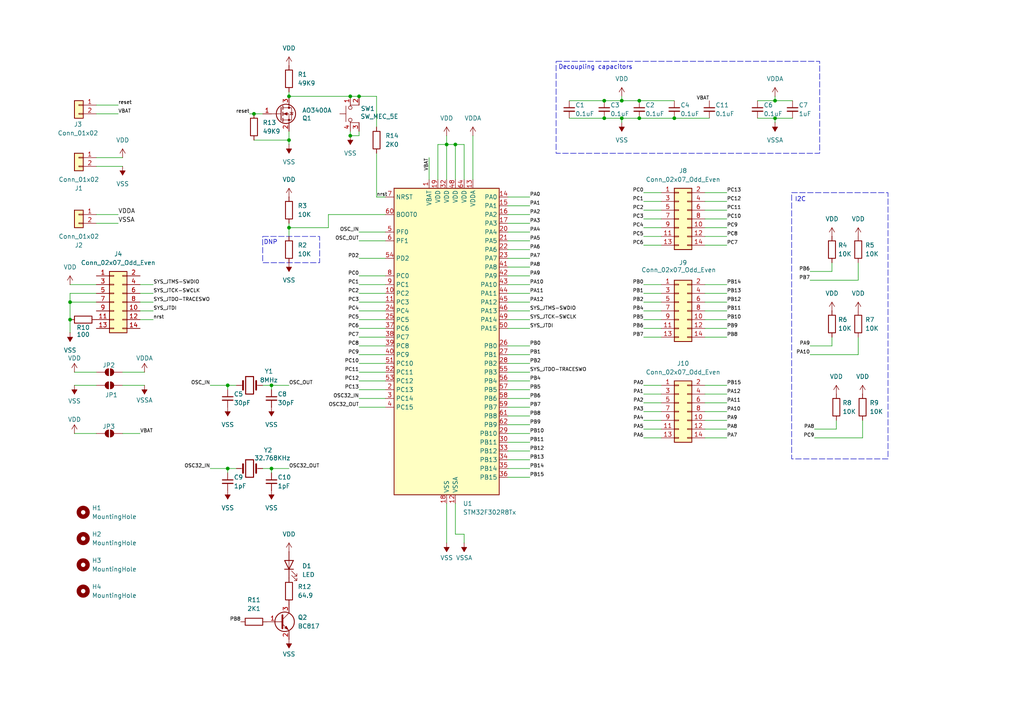
<source format=kicad_sch>
(kicad_sch (version 20231120) (generator "eeschema") (generator_version "8.0")
  (paper "A4")
  (title_block (title "STM32F3 LQFP64 Board") (date "2024-10-23") (rev "1.1") (company "Carles Pey"))
  (lib_symbols
    (symbol "Connector_Generic:Conn_01x02" (pin_names (offset 1.016) hide)
      (property "Reference" "J" (at 0 2.54 0))
      (property "Value" "Conn_01x02" (at 0 -5.08 0))
      (symbol "Conn_01x02_1_1"
        (pin passive line (at -5.08 0 0) (length 3.81) (name "Pin_1") (number "1"))
        (pin passive line (at -5.08 -2.54 0) (length 3.81) (name "Pin_2") (number "2"))
      )
    )
    (symbol "Connector_Generic:Conn_02x07_Odd_Even" (pin_names (offset 1.016) hide)
      (property "Reference" "J" (at 1.27 10.16 0))
      (property "Value" "Conn_02x07_Odd_Even" (at 1.27 -10.16 0))
      (symbol "Conn_02x07_Odd_Even_1_1"
        (pin passive line (at -5.08 7.62 0) (length 3.81) (name "Pin_1") (number "1"))
        (pin passive line (at 7.62 -2.54 180) (length 3.81) (name "Pin_10") (number "10"))
        (pin passive line (at -5.08 -5.08 0) (length 3.81) (name "Pin_11") (number "11"))
        (pin passive line (at 7.62 -5.08 180) (length 3.81) (name "Pin_12") (number "12"))
        (pin passive line (at -5.08 -7.62 0) (length 3.81) (name "Pin_13") (number "13"))
        (pin passive line (at 7.62 -7.62 180) (length 3.81) (name "Pin_14") (number "14"))
        (pin passive line (at 7.62 7.62 180) (length 3.81) (name "Pin_2") (number "2"))
        (pin passive line (at -5.08 5.08 0) (length 3.81) (name "Pin_3") (number "3"))
        (pin passive line (at 7.62 5.08 180) (length 3.81) (name "Pin_4") (number "4"))
        (pin passive line (at -5.08 2.54 0) (length 3.81) (name "Pin_5") (number "5"))
        (pin passive line (at 7.62 2.54 180) (length 3.81) (name "Pin_6") (number "6"))
        (pin passive line (at -5.08 0 0) (length 3.81) (name "Pin_7") (number "7"))
        (pin passive line (at 7.62 0 180) (length 3.81) (name "Pin_8") (number "8"))
        (pin passive line (at -5.08 -2.54 0) (length 3.81) (name "Pin_9") (number "9"))
      )
    )
    (symbol "Device:C_Small" (pin_numbers hide) (pin_names (offset 0.254) hide)
      (property "Reference" "C" (at 0.254 1.778 0))
      (property "Value" "C_Small" (at 0.254 -2.032 0))
      (symbol "C_Small_1_1"
        (pin passive line (at 0 2.54 270) (length 2.032) (name "~") (number "1"))
        (pin passive line (at 0 -2.54 90) (length 2.032) (name "~") (number "2"))
      )
    )
    (symbol "Device:Crystal" (pin_numbers hide) (pin_names (offset 1.016) hide)
      (property "Reference" "Y" (at 0 3.81 0))
      (property "Value" "Crystal" (at 0 -3.81 0))
      (symbol "Crystal_1_1"
        (pin passive line (at -3.81 0 0) (length 1.27) (name "1") (number "1"))
        (pin passive line (at 3.81 0 180) (length 1.27) (name "2") (number "2"))
      )
    )
    (symbol "Device:LED" (pin_numbers hide) (pin_names (offset 1.016) hide)
      (property "Reference" "D" (at 0 2.54 0))
      (property "Value" "LED" (at 0 -2.54 0))
      (symbol "LED_1_1"
        (pin passive line (at -3.81 0 0) (length 2.54) (name "K") (number "1"))
        (pin passive line (at 3.81 0 180) (length 2.54) (name "A") (number "2"))
      )
    )
    (symbol "Device:R" (pin_numbers hide) (pin_names (offset 0))
      (property "Reference" "R" (at 2.032 0 90))
      (property "Value" "R" (at 0 0 90))
      (symbol "R_1_1"
        (pin passive line (at 0 3.81 270) (length 1.27) (name "~") (number "1"))
        (pin passive line (at 0 -3.81 90) (length 1.27) (name "~") (number "2"))
      )
    )
    (symbol "Jumper:SolderJumper_2_Open" (pin_numbers hide) (pin_names (offset 0) hide) (exclude_from_sim yes) (in_bom no)
      (property "Reference" "JP" (at 0 2.032 0))
      (property "Value" "SolderJumper_2_Open" (at 0 -2.54 0))
      (symbol "SolderJumper_2_Open_1_1"
        (pin passive line (at -3.81 0 0) (length 2.54) (name "A") (number "1"))
        (pin passive line (at 3.81 0 180) (length 2.54) (name "B") (number "2"))
      )
    )
    (symbol "MCU_ST_STM32F3:STM32F302R8Tx"
      (property "Reference" "U" (at -15.24 46.99 0))
      (property "Value" "STM32F302R8Tx" (at 10.16 46.99 0))
      (symbol "STM32F302R8Tx_1_1"
        (pin power_in line (at -5.08 48.26 270) (length 2.54) (name "VBAT") (number "1"))
        (pin bidirectional line (at -17.78 15.24 0) (length 2.54) (name "PC2") (number "10"))
        (pin bidirectional line (at -17.78 12.7 0) (length 2.54) (name "PC3") (number "11"))
        (pin power_in line (at 2.54 -45.72 90) (length 2.54) (name "VSSA") (number "12"))
        (pin power_in line (at 7.62 48.26 270) (length 2.54) (name "VDDA") (number "13"))
        (pin bidirectional line (at 17.78 43.18 180) (length 2.54) (name "PA0") (number "14"))
        (pin bidirectional line (at 17.78 40.64 180) (length 2.54) (name "PA1") (number "15"))
        (pin bidirectional line (at 17.78 38.1 180) (length 2.54) (name "PA2") (number "16"))
        (pin bidirectional line (at 17.78 35.56 180) (length 2.54) (name "PA3") (number "17"))
        (pin power_in line (at 0 -45.72 90) (length 2.54) (name "VSS") (number "18"))
        (pin power_in line (at -2.54 48.26 270) (length 2.54) (name "VDD") (number "19"))
        (pin bidirectional line (at -17.78 -12.7 0) (length 2.54) (name "PC13") (number "2"))
        (pin bidirectional line (at 17.78 33.02 180) (length 2.54) (name "PA4") (number "20"))
        (pin bidirectional line (at 17.78 30.48 180) (length 2.54) (name "PA5") (number "21"))
        (pin bidirectional line (at 17.78 27.94 180) (length 2.54) (name "PA6") (number "22"))
        (pin bidirectional line (at 17.78 25.4 180) (length 2.54) (name "PA7") (number "23"))
        (pin bidirectional line (at -17.78 10.16 0) (length 2.54) (name "PC4") (number "24"))
        (pin bidirectional line (at -17.78 7.62 0) (length 2.54) (name "PC5") (number "25"))
        (pin bidirectional line (at 17.78 0 180) (length 2.54) (name "PB0") (number "26"))
        (pin bidirectional line (at 17.78 -2.54 180) (length 2.54) (name "PB1") (number "27"))
        (pin bidirectional line (at 17.78 -5.08 180) (length 2.54) (name "PB2") (number "28"))
        (pin bidirectional line (at 17.78 -25.4 180) (length 2.54) (name "PB10") (number "29"))
        (pin bidirectional line (at -17.78 -15.24 0) (length 2.54) (name "PC14") (number "3"))
        (pin bidirectional line (at 17.78 -27.94 180) (length 2.54) (name "PB11") (number "30"))
        (pin passive line (at 0 -45.72 90) (length 2.54) hide (name "VSS") (number "31"))
        (pin power_in line (at 0 48.26 270) (length 2.54) (name "VDD") (number "32"))
        (pin bidirectional line (at 17.78 -30.48 180) (length 2.54) (name "PB12") (number "33"))
        (pin bidirectional line (at 17.78 -33.02 180) (length 2.54) (name "PB13") (number "34"))
        (pin bidirectional line (at 17.78 -35.56 180) (length 2.54) (name "PB14") (number "35"))
        (pin bidirectional line (at 17.78 -38.1 180) (length 2.54) (name "PB15") (number "36"))
        (pin bidirectional line (at -17.78 5.08 0) (length 2.54) (name "PC6") (number "37"))
        (pin bidirectional line (at -17.78 2.54 0) (length 2.54) (name "PC7") (number "38"))
        (pin bidirectional line (at -17.78 0 0) (length 2.54) (name "PC8") (number "39"))
        (pin bidirectional line (at -17.78 -17.78 0) (length 2.54) (name "PC15") (number "4"))
        (pin bidirectional line (at -17.78 -2.54 0) (length 2.54) (name "PC9") (number "40"))
        (pin bidirectional line (at 17.78 22.86 180) (length 2.54) (name "PA8") (number "41"))
        (pin bidirectional line (at 17.78 20.32 180) (length 2.54) (name "PA9") (number "42"))
        (pin bidirectional line (at 17.78 17.78 180) (length 2.54) (name "PA10") (number "43"))
        (pin bidirectional line (at 17.78 15.24 180) (length 2.54) (name "PA11") (number "44"))
        (pin bidirectional line (at 17.78 12.7 180) (length 2.54) (name "PA12") (number "45"))
        (pin bidirectional line (at 17.78 10.16 180) (length 2.54) (name "PA13") (number "46"))
        (pin passive line (at 0 -45.72 90) (length 2.54) hide (name "VSS") (number "47"))
        (pin power_in line (at 2.54 48.26 270) (length 2.54) (name "VDD") (number "48"))
        (pin bidirectional line (at 17.78 7.62 180) (length 2.54) (name "PA14") (number "49"))
        (pin bidirectional line (at -17.78 33.02 0) (length 2.54) (name "PF0") (number "5"))
        (pin bidirectional line (at 17.78 5.08 180) (length 2.54) (name "PA15") (number "50"))
        (pin bidirectional line (at -17.78 -5.08 0) (length 2.54) (name "PC10") (number "51"))
        (pin bidirectional line (at -17.78 -7.62 0) (length 2.54) (name "PC11") (number "52"))
        (pin bidirectional line (at -17.78 -10.16 0) (length 2.54) (name "PC12") (number "53"))
        (pin bidirectional line (at -17.78 25.4 0) (length 2.54) (name "PD2") (number "54"))
        (pin bidirectional line (at 17.78 -7.62 180) (length 2.54) (name "PB3") (number "55"))
        (pin bidirectional line (at 17.78 -10.16 180) (length 2.54) (name "PB4") (number "56"))
        (pin bidirectional line (at 17.78 -12.7 180) (length 2.54) (name "PB5") (number "57"))
        (pin bidirectional line (at 17.78 -15.24 180) (length 2.54) (name "PB6") (number "58"))
        (pin bidirectional line (at 17.78 -17.78 180) (length 2.54) (name "PB7") (number "59"))
        (pin bidirectional line (at -17.78 30.48 0) (length 2.54) (name "PF1") (number "6"))
        (pin input line (at -17.78 38.1 0) (length 2.54) (name "BOOT0") (number "60"))
        (pin bidirectional line (at 17.78 -20.32 180) (length 2.54) (name "PB8") (number "61"))
        (pin bidirectional line (at 17.78 -22.86 180) (length 2.54) (name "PB9") (number "62"))
        (pin passive line (at 0 -45.72 90) (length 2.54) hide (name "VSS") (number "63"))
        (pin power_in line (at 5.08 48.26 270) (length 2.54) (name "VDD") (number "64"))
        (pin input line (at -17.78 43.18 0) (length 2.54) (name "NRST") (number "7"))
        (pin bidirectional line (at -17.78 20.32 0) (length 2.54) (name "PC0") (number "8"))
        (pin bidirectional line (at -17.78 17.78 0) (length 2.54) (name "PC1") (number "9"))
      )
    )
    (symbol "Mechanical:MountingHole" (pin_names (offset 1.016)) (exclude_from_sim yes) (in_bom no)
      (property "Reference" "H" (at 0 5.08 0))
      (property "Value" "MountingHole" (at 0 3.175 0))
    )
    (symbol "Switch:SW_MEC_5E" (pin_names (offset 1.016) hide)
      (property "Reference" "SW" (at 0.635 5.715 0))
      (property "Value" "SW_MEC_5E" (at 0 -3.175 0))
      (symbol "SW_MEC_5E_0_1"
        (pin passive line (at -5.08 2.54 0) (length 2.54) (name "1") (number "1"))
        (pin passive line (at -5.08 0 0) (length 2.54) (name "2") (number "2"))
        (pin passive line (at 5.08 0 180) (length 2.54) (name "K") (number "3"))
        (pin passive line (at 5.08 2.54 180) (length 2.54) (name "A") (number "4"))
      )
    )
    (symbol "Transistor_BJT:BC817" (pin_names (offset 0) hide)
      (property "Reference" "Q" (at 5.08 1.905 0))
      (property "Value" "BC817" (at 5.08 0 0))
      (symbol "BC817_1_1"
        (pin input line (at -5.08 0 0) (length 5.715) (name "B") (number "1"))
        (pin passive line (at 2.54 -5.08 90) (length 2.54) (name "E") (number "2"))
        (pin passive line (at 2.54 5.08 270) (length 2.54) (name "C") (number "3"))
      )
    )
    (symbol "Transistor_FET:AO3400A" (pin_names hide)
      (property "Reference" "Q" (at 5.08 1.905 0))
      (property "Value" "AO3400A" (at 5.08 0 0))
      (symbol "AO3400A_1_1"
        (pin input line (at -5.08 0 0) (length 2.54) (name "G") (number "1"))
        (pin passive line (at 2.54 -5.08 90) (length 2.54) (name "S") (number "2"))
        (pin passive line (at 2.54 5.08 270) (length 2.54) (name "D") (number "3"))
      )
    )
    (symbol "power:VDD" (power) (pin_numbers hide) (pin_names (offset 0) hide)
      (property "Value" "VDD" (at 0 3.556 0))
      (symbol "VDD_1_1"
        (pin power_in line (at 0 0 90) (length 0) (name "~") (number "1"))
      )
    )
    (symbol "power:VSS" (power) (pin_numbers hide) (pin_names (offset 0) hide)
      (property "Value" "VSS" (at 0 3.556 0))
      (symbol "VSS_1_1"
        (pin power_in line (at 0 0 90) (length 0) (name "~") (number "1"))
      )
    )
  )
  (junction (at 83.82 40.64))
  (junction (at 83.82 66.04))
  (junction (at 180.34 34.29))
  (junction (at 78.74 111.76))
  (junction (at 129.54 41.91))
  (junction (at 83.82 27.94))
  (junction (at 185.42 29.21))
  (junction (at 73.66 33.02))
  (junction (at 175.26 29.21))
  (junction (at 195.58 34.29))
  (junction (at 101.6 39.37))
  (junction (at 104.14 27.94))
  (junction (at 175.26 34.29))
  (junction (at 78.74 135.89))
  (junction (at 132.08 41.91))
  (junction (at 66.04 135.89))
  (junction (at 20.32 87.63))
  (junction (at 66.04 111.76))
  (junction (at 101.6 27.94))
  (junction (at 180.34 29.21))
  (junction (at 185.42 34.29))
  (junction (at 20.32 92.71))
  (junction (at 224.79 34.29))
  (junction (at 224.79 29.21))
  (wire (pts (xy 204.47 92.71) (xy 210.82 92.71)))
  (wire (pts (xy 27.94 48.26) (xy 35.56 48.26)))
  (wire (pts (xy 27.94 45.72) (xy 35.56 45.72)))
  (wire (pts (xy 72.39 33.02) (xy 73.66 33.02)))
  (wire (pts (xy 175.26 34.29) (xy 180.34 34.29)))
  (wire (pts (xy 20.32 87.63) (xy 27.94 87.63)))
  (wire (pts (xy 147.32 82.55) (xy 153.67 82.55)))
  (wire (pts (xy 21.59 107.95) (xy 27.94 107.95)))
  (wire (pts (xy 27.94 62.23) (xy 34.29 62.23)))
  (wire (pts (xy 66.04 135.89) (xy 68.58 135.89)))
  (wire (pts (xy 137.16 39.37) (xy 137.16 52.07)))
  (wire (pts (xy 104.14 102.87) (xy 111.76 102.87)))
  (wire (pts (xy 165.1 34.29) (xy 175.26 34.29)))
  (wire (pts (xy 20.32 87.63) (xy 20.32 92.71)))
  (wire (pts (xy 40.64 92.71) (xy 44.45 92.71)))
  (wire (pts (xy 132.08 154.94) (xy 132.08 146.05)))
  (wire (pts (xy 40.64 87.63) (xy 44.45 87.63)))
  (wire (pts (xy 20.32 82.55) (xy 27.94 82.55)))
  (wire (pts (xy 186.69 82.55) (xy 191.77 82.55)))
  (wire (pts (xy 241.3 100.33) (xy 241.3 97.79)))
  (wire (pts (xy 204.47 66.04) (xy 210.82 66.04)))
  (wire (pts (xy 186.69 92.71) (xy 191.77 92.71)))
  (wire (pts (xy 147.32 77.47) (xy 153.67 77.47)))
  (wire (pts (xy 104.14 95.25) (xy 111.76 95.25)))
  (wire (pts (xy 20.32 85.09) (xy 20.32 87.63)))
  (wire (pts (xy 35.56 107.95) (xy 41.91 107.95)))
  (wire (pts (xy 147.32 105.41) (xy 153.67 105.41)))
  (wire (pts (xy 147.32 90.17) (xy 153.67 90.17)))
  (wire (pts (xy 147.32 62.23) (xy 153.67 62.23)))
  (wire (pts (xy 104.14 105.41) (xy 111.76 105.41)))
  (wire (pts (xy 234.95 78.74) (xy 241.3 78.74)))
  (wire (pts (xy 204.47 82.55) (xy 210.82 82.55)))
  (wire (pts (xy 147.32 118.11) (xy 153.67 118.11)))
  (wire (pts (xy 66.04 137.16) (xy 66.04 135.89)))
  (wire (pts (xy 27.94 85.09) (xy 20.32 85.09)))
  (wire (pts (xy 186.69 127) (xy 191.77 127)))
  (wire (pts (xy 204.47 127) (xy 210.82 127)))
  (wire (pts (xy 147.32 128.27) (xy 153.67 128.27)))
  (wire (pts (xy 104.14 115.57) (xy 111.76 115.57)))
  (wire (pts (xy 104.14 100.33) (xy 111.76 100.33)))
  (wire (pts (xy 186.69 90.17) (xy 191.77 90.17)))
  (wire (pts (xy 104.14 92.71) (xy 111.76 92.71)))
  (wire (pts (xy 104.14 80.01) (xy 111.76 80.01)))
  (wire (pts (xy 241.3 78.74) (xy 241.3 76.2)))
  (wire (pts (xy 204.47 87.63) (xy 210.82 87.63)))
  (wire (pts (xy 204.47 114.3) (xy 210.82 114.3)))
  (wire (pts (xy 104.14 67.31) (xy 111.76 67.31)))
  (wire (pts (xy 180.34 35.56) (xy 180.34 34.29)))
  (wire (pts (xy 78.74 111.76) (xy 83.82 111.76)))
  (wire (pts (xy 78.74 135.89) (xy 83.82 135.89)))
  (wire (pts (xy 129.54 39.37) (xy 129.54 41.91)))
  (wire (pts (xy 78.74 111.76) (xy 78.74 113.03)))
  (wire (pts (xy 165.1 29.21) (xy 175.26 29.21)))
  (wire (pts (xy 134.62 157.48) (xy 134.62 154.94)))
  (wire (pts (xy 66.04 111.76) (xy 68.58 111.76)))
  (wire (pts (xy 248.92 81.28) (xy 248.92 76.2)))
  (wire (pts (xy 147.32 69.85) (xy 153.67 69.85)))
  (wire (pts (xy 204.47 90.17) (xy 210.82 90.17)))
  (wire (pts (xy 147.32 135.89) (xy 153.67 135.89)))
  (wire (pts (xy 104.14 107.95) (xy 111.76 107.95)))
  (wire (pts (xy 204.47 111.76) (xy 210.82 111.76)))
  (wire (pts (xy 147.32 87.63) (xy 153.67 87.63)))
  (wire (pts (xy 204.47 97.79) (xy 210.82 97.79)))
  (wire (pts (xy 147.32 100.33) (xy 153.67 100.33)))
  (wire (pts (xy 109.22 27.94) (xy 109.22 36.83)))
  (wire (pts (xy 78.74 135.89) (xy 78.74 137.16)))
  (wire (pts (xy 147.32 113.03) (xy 153.67 113.03)))
  (wire (pts (xy 66.04 135.89) (xy 60.96 135.89)))
  (wire (pts (xy 134.62 52.07) (xy 134.62 41.91)))
  (wire (pts (xy 186.69 68.58) (xy 191.77 68.58)))
  (wire (pts (xy 104.14 85.09) (xy 111.76 85.09)))
  (wire (pts (xy 101.6 39.37) (xy 101.6 38.1)))
  (wire (pts (xy 132.08 41.91) (xy 129.54 41.91)))
  (wire (pts (xy 175.26 29.21) (xy 180.34 29.21)))
  (wire (pts (xy 20.32 96.52) (xy 20.32 92.71)))
  (wire (pts (xy 236.22 124.46) (xy 242.57 124.46)))
  (wire (pts (xy 186.69 55.88) (xy 191.77 55.88)))
  (wire (pts (xy 147.32 125.73) (xy 153.67 125.73)))
  (wire (pts (xy 186.69 114.3) (xy 191.77 114.3)))
  (wire (pts (xy 204.47 121.92) (xy 210.82 121.92)))
  (wire (pts (xy 134.62 41.91) (xy 132.08 41.91)))
  (wire (pts (xy 147.32 130.81) (xy 153.67 130.81)))
  (wire (pts (xy 104.14 90.17) (xy 111.76 90.17)))
  (wire (pts (xy 104.14 38.1) (xy 104.14 39.37)))
  (wire (pts (xy 147.32 92.71) (xy 153.67 92.71)))
  (wire (pts (xy 147.32 57.15) (xy 153.67 57.15)))
  (wire (pts (xy 204.47 124.46) (xy 210.82 124.46)))
  (wire (pts (xy 147.32 138.43) (xy 153.67 138.43)))
  (wire (pts (xy 180.34 34.29) (xy 185.42 34.29)))
  (wire (pts (xy 129.54 146.05) (xy 129.54 157.48)))
  (wire (pts (xy 76.2 135.89) (xy 78.74 135.89)))
  (wire (pts (xy 204.47 68.58) (xy 210.82 68.58)))
  (wire (pts (xy 104.14 113.03) (xy 111.76 113.03)))
  (wire (pts (xy 204.47 85.09) (xy 210.82 85.09)))
  (wire (pts (xy 40.64 90.17) (xy 44.45 90.17)))
  (wire (pts (xy 109.22 44.45) (xy 109.22 57.15)))
  (wire (pts (xy 224.79 29.21) (xy 229.87 29.21)))
  (wire (pts (xy 83.82 27.94) (xy 101.6 27.94)))
  (wire (pts (xy 27.94 111.76) (xy 21.59 111.76)))
  (wire (pts (xy 186.69 95.25) (xy 191.77 95.25)))
  (wire (pts (xy 186.69 124.46) (xy 191.77 124.46)))
  (wire (pts (xy 73.66 33.02) (xy 76.2 33.02)))
  (wire (pts (xy 147.32 74.93) (xy 153.67 74.93)))
  (wire (pts (xy 40.64 82.55) (xy 44.45 82.55)))
  (wire (pts (xy 104.14 110.49) (xy 111.76 110.49)))
  (wire (pts (xy 83.82 66.04) (xy 95.25 66.04)))
  (wire (pts (xy 224.79 27.94) (xy 224.79 29.21)))
  (wire (pts (xy 35.56 111.76) (xy 41.91 111.76)))
  (wire (pts (xy 186.69 63.5) (xy 191.77 63.5)))
  (wire (pts (xy 147.32 64.77) (xy 153.67 64.77)))
  (wire (pts (xy 83.82 66.04) (xy 83.82 68.58)))
  (wire (pts (xy 204.47 55.88) (xy 210.82 55.88)))
  (wire (pts (xy 248.92 102.87) (xy 248.92 97.79)))
  (wire (pts (xy 234.95 102.87) (xy 248.92 102.87)))
  (wire (pts (xy 134.62 154.94) (xy 132.08 154.94)))
  (wire (pts (xy 40.64 85.09) (xy 44.45 85.09)))
  (wire (pts (xy 242.57 124.46) (xy 242.57 121.92)))
  (wire (pts (xy 83.82 41.91) (xy 83.82 40.64)))
  (wire (pts (xy 180.34 27.94) (xy 180.34 29.21)))
  (wire (pts (xy 186.69 66.04) (xy 191.77 66.04)))
  (wire (pts (xy 147.32 133.35) (xy 153.67 133.35)))
  (wire (pts (xy 204.47 116.84) (xy 210.82 116.84)))
  (wire (pts (xy 147.32 95.25) (xy 153.67 95.25)))
  (wire (pts (xy 186.69 119.38) (xy 191.77 119.38)))
  (wire (pts (xy 204.47 60.96) (xy 210.82 60.96)))
  (wire (pts (xy 186.69 97.79) (xy 191.77 97.79)))
  (wire (pts (xy 186.69 60.96) (xy 191.77 60.96)))
  (wire (pts (xy 186.69 116.84) (xy 191.77 116.84)))
  (wire (pts (xy 66.04 113.03) (xy 66.04 111.76)))
  (wire (pts (xy 147.32 67.31) (xy 153.67 67.31)))
  (wire (pts (xy 147.32 102.87) (xy 153.67 102.87)))
  (wire (pts (xy 104.14 27.94) (xy 109.22 27.94)))
  (wire (pts (xy 186.69 87.63) (xy 191.77 87.63)))
  (wire (pts (xy 77.47 180.34) (xy 76.2 180.34)))
  (wire (pts (xy 104.14 74.93) (xy 111.76 74.93)))
  (wire (pts (xy 147.32 107.95) (xy 153.67 107.95)))
  (wire (pts (xy 219.71 29.21) (xy 224.79 29.21)))
  (wire (pts (xy 147.32 80.01) (xy 153.67 80.01)))
  (wire (pts (xy 186.69 71.12) (xy 191.77 71.12)))
  (wire (pts (xy 21.59 125.73) (xy 27.94 125.73)))
  (wire (pts (xy 147.32 120.65) (xy 153.67 120.65)))
  (wire (pts (xy 234.95 100.33) (xy 241.3 100.33)))
  (wire (pts (xy 104.14 82.55) (xy 111.76 82.55)))
  (wire (pts (xy 95.25 62.23) (xy 111.76 62.23)))
  (wire (pts (xy 83.82 64.77) (xy 83.82 66.04)))
  (wire (pts (xy 250.19 127) (xy 250.19 121.92)))
  (wire (pts (xy 204.47 58.42) (xy 210.82 58.42)))
  (wire (pts (xy 185.42 34.29) (xy 195.58 34.29)))
  (wire (pts (xy 195.58 34.29) (xy 205.74 34.29)))
  (wire (pts (xy 147.32 72.39) (xy 153.67 72.39)))
  (wire (pts (xy 186.69 85.09) (xy 191.77 85.09)))
  (wire (pts (xy 186.69 111.76) (xy 191.77 111.76)))
  (wire (pts (xy 147.32 59.69) (xy 153.67 59.69)))
  (wire (pts (xy 147.32 115.57) (xy 153.67 115.57)))
  (wire (pts (xy 132.08 41.91) (xy 132.08 52.07)))
  (wire (pts (xy 185.42 29.21) (xy 195.58 29.21)))
  (wire (pts (xy 83.82 26.67) (xy 83.82 27.94)))
  (wire (pts (xy 104.14 87.63) (xy 111.76 87.63)))
  (wire (pts (xy 147.32 110.49) (xy 153.67 110.49)))
  (wire (pts (xy 104.14 39.37) (xy 101.6 39.37)))
  (wire (pts (xy 234.95 81.28) (xy 248.92 81.28)))
  (wire (pts (xy 109.22 57.15) (xy 111.76 57.15)))
  (wire (pts (xy 129.54 41.91) (xy 127 41.91)))
  (wire (pts (xy 180.34 29.21) (xy 185.42 29.21)))
  (wire (pts (xy 236.22 127) (xy 250.19 127)))
  (wire (pts (xy 76.2 111.76) (xy 78.74 111.76)))
  (wire (pts (xy 27.94 33.02) (xy 34.29 33.02)))
  (wire (pts (xy 147.32 85.09) (xy 153.67 85.09)))
  (wire (pts (xy 104.14 69.85) (xy 111.76 69.85)))
  (wire (pts (xy 124.46 45.72) (xy 124.46 52.07)))
  (wire (pts (xy 186.69 121.92) (xy 191.77 121.92)))
  (wire (pts (xy 147.32 123.19) (xy 153.67 123.19)))
  (wire (pts (xy 95.25 66.04) (xy 95.25 62.23)))
  (wire (pts (xy 73.66 40.64) (xy 83.82 40.64)))
  (wire (pts (xy 219.71 34.29) (xy 224.79 34.29)))
  (wire (pts (xy 127 41.91) (xy 127 52.07)))
  (wire (pts (xy 83.82 40.64) (xy 83.82 38.1)))
  (wire (pts (xy 129.54 41.91) (xy 129.54 52.07)))
  (wire (pts (xy 27.94 64.77) (xy 34.29 64.77)))
  (wire (pts (xy 66.04 111.76) (xy 60.96 111.76)))
  (wire (pts (xy 101.6 27.94) (xy 104.14 27.94)))
  (wire (pts (xy 204.47 95.25) (xy 210.82 95.25)))
  (wire (pts (xy 186.69 58.42) (xy 191.77 58.42)))
  (wire (pts (xy 104.14 97.79) (xy 111.76 97.79)))
  (wire (pts (xy 104.14 118.11) (xy 111.76 118.11)))
  (wire (pts (xy 224.79 35.56) (xy 224.79 34.29)))
  (wire (pts (xy 35.56 125.73) (xy 40.64 125.73)))
  (wire (pts (xy 204.47 119.38) (xy 210.82 119.38)))
  (wire (pts (xy 27.94 30.48) (xy 34.29 30.48)))
  (wire (pts (xy 204.47 71.12) (xy 210.82 71.12)))
  (wire (pts (xy 224.79 34.29) (xy 229.87 34.29)))
  (wire (pts (xy 204.47 63.5) (xy 210.82 63.5)))
  (rectangle (start 161.29 17.78) (end 237.744 44.45) (stroke (width 0) (type dash)))
  (rectangle (start 229.616 55.88) (end 257.556 133.096) (stroke (width 0) (type dash)))
  (rectangle (start 76.2 68.58) (end 92.71 76.2) (stroke (width 0) (type dash)))
  (text "Decoupling capacitors" (at 172.72 19.558 0) (effects (font (size 1.27 1.27))))
  (text "I2C" (at 232.156 57.912 0) (effects (font (size 1.27 1.27))))
  (text "DNP" (at 78.486 70.358 0) (effects (font (size 1.27 1.27))))
  (label "PB5" (at 153.67 113.03 0) (effects (font (size 1.016 1.016))))
  (label "PA6" (at 186.69 127 180) (effects (font (size 1.016 1.016))))
  (label "PB11" (at 153.67 128.27 0) (effects (font (size 1.016 1.016))))
  (label "OSC_IN" (at 104.14 67.31 180) (effects (font (size 1.016 1.016))))
  (label "nrst" (at 44.45 92.71 0) (effects (font (size 1.016 1.016))))
  (label "SYS_JTDO-TRACESWO" (at 153.67 107.95 0) (effects (font (size 1.016 1.016))))
  (label "PA10" (at 234.95 102.87 180) (effects (font (size 1.016 1.016))))
  (label "PA1" (at 186.69 114.3 180) (effects (font (size 1.016 1.016))))
  (label "PB10" (at 210.82 92.71 0) (effects (font (size 1.016 1.016))))
  (label "PA4" (at 153.67 67.31 0) (effects (font (size 1.016 1.016))))
  (label "PB14" (at 210.82 82.55 0) (effects (font (size 1.016 1.016))))
  (label "nrst" (at 109.22 57.15 0) (effects (font (size 1.016 1.016))))
  (label "PA2" (at 153.67 62.23 0) (effects (font (size 1.016 1.016))))
  (label "PB6" (at 186.69 95.25 180) (effects (font (size 1.016 1.016))))
  (label "PB4" (at 153.67 110.49 0) (effects (font (size 1.016 1.016))))
  (label "PC11" (at 210.82 60.96 0) (effects (font (size 1.016 1.016))))
  (label "PB0" (at 186.69 82.55 180) (effects (font (size 1.016 1.016))))
  (label "SYS_JTMS-SWDIO" (at 44.45 82.55 0) (effects (font (size 1.016 1.016))))
  (label "PB7" (at 234.95 81.28 180) (effects (font (size 1.016 1.016))))
  (label "VBAT" (at 124.46 49.53 90) (effects (font (size 1.016 1.016))))
  (label "PC2" (at 104.14 85.09 180) (effects (font (size 1.016 1.016))))
  (label "VBAT" (at 40.64 125.73 0) (effects (font (size 1.016 1.016))))
  (label "SYS_JTDI" (at 44.45 90.17 0) (effects (font (size 1.016 1.016))))
  (label "PC1" (at 104.14 82.55 180) (effects (font (size 1.016 1.016))))
  (label "PC5" (at 186.69 68.58 180) (effects (font (size 1.016 1.016))))
  (label "reset" (at 34.29 30.48 0) (effects (font (size 1.016 1.016))))
  (label "PB12" (at 210.82 87.63 0) (effects (font (size 1.016 1.016))))
  (label "PA10" (at 210.82 119.38 0) (effects (font (size 1.016 1.016))))
  (label "PC11" (at 104.14 107.95 180) (effects (font (size 1.016 1.016))))
  (label "SYS_JTMS-SWDIO" (at 153.67 90.17 0) (effects (font (size 1.016 1.016))))
  (label "PB10" (at 153.67 125.73 0) (effects (font (size 1.016 1.016))))
  (label "PA10" (at 153.67 82.55 0) (effects (font (size 1.016 1.016))))
  (label "PB0" (at 153.67 100.33 0) (effects (font (size 1.016 1.016))))
  (label "PC5" (at 104.14 92.71 180) (effects (font (size 1.016 1.016))))
  (label "reset" (at 72.39 33.02 180) (effects (font (size 1.016 1.016))))
  (label "PA9" (at 210.82 121.92 0) (effects (font (size 1.016 1.016))))
  (label "PB8" (at 153.67 120.65 0) (effects (font (size 1.016 1.016))))
  (label "OSC32_IN" (at 104.14 115.57 180) (effects (font (size 1.016 1.016))))
  (label "PA9" (at 234.95 100.33 180) (effects (font (size 1.016 1.016))))
  (label "VBAT" (at 34.29 33.02 0) (effects (font (size 1.016 1.016))))
  (label "PC9" (at 104.14 102.87 180) (effects (font (size 1.016 1.016))))
  (label "PB15" (at 210.82 111.76 0) (effects (font (size 1.016 1.016))))
  (label "PC6" (at 104.14 95.25 180) (effects (font (size 1.016 1.016))))
  (label "PC3" (at 104.14 87.63 180) (effects (font (size 1.016 1.016))))
  (label "PB1" (at 186.69 85.09 180) (effects (font (size 1.016 1.016))))
  (label "PB7" (at 186.69 97.79 180) (effects (font (size 1.016 1.016))))
  (label "VDDA" (at 34.29 62.23 0))
  (label "PC9" (at 236.22 127 180) (effects (font (size 1.016 1.016))))
  (label "VBAT" (at 205.74 29.21 180) (effects (font (size 1.016 1.016))))
  (label "OSC_IN" (at 60.96 111.76 180) (effects (font (size 1.016 1.016))))
  (label "PB8" (at 69.85 180.34 180) (effects (font (size 1.016 1.016))))
  (label "OSC32_OUT" (at 104.14 118.11 180) (effects (font (size 1.016 1.016))))
  (label "PB9" (at 153.67 123.19 0) (effects (font (size 1.016 1.016))))
  (label "PC13" (at 104.14 113.03 180) (effects (font (size 1.016 1.016))))
  (label "PA11" (at 210.82 116.84 0) (effects (font (size 1.016 1.016))))
  (label "PC7" (at 104.14 97.79 180) (effects (font (size 1.016 1.016))))
  (label "PA3" (at 153.67 64.77 0) (effects (font (size 1.016 1.016))))
  (label "PB7" (at 153.67 118.11 0) (effects (font (size 1.016 1.016))))
  (label "SYS_JTCK-SWCLK" (at 153.67 92.71 0) (effects (font (size 1.016 1.016))))
  (label "PB4" (at 186.69 90.17 180) (effects (font (size 1.016 1.016))))
  (label "OSC_OUT" (at 83.82 111.76 0) (effects (font (size 1.016 1.016))))
  (label "PA8" (at 153.67 77.47 0) (effects (font (size 1.016 1.016))))
  (label "PC13" (at 210.82 55.88 0) (effects (font (size 1.016 1.016))))
  (label "PA7" (at 153.67 74.93 0) (effects (font (size 1.016 1.016))))
  (label "PC0" (at 186.69 55.88 180) (effects (font (size 1.016 1.016))))
  (label "VSSA" (at 34.29 64.77 0))
  (label "PB2" (at 153.67 105.41 0) (effects (font (size 1.016 1.016))))
  (label "PB13" (at 210.82 85.09 0) (effects (font (size 1.016 1.016))))
  (label "PA5" (at 186.69 124.46 180) (effects (font (size 1.016 1.016))))
  (label "PA6" (at 153.67 72.39 0) (effects (font (size 1.016 1.016))))
  (label "PC0" (at 104.14 80.01 180) (effects (font (size 1.016 1.016))))
  (label "PC3" (at 186.69 63.5 180) (effects (font (size 1.016 1.016))))
  (label "PA2" (at 186.69 116.84 180) (effects (font (size 1.016 1.016))))
  (label "SYS_JTDI" (at 153.67 95.25 0) (effects (font (size 1.016 1.016))))
  (label "PC12" (at 104.14 110.49 180) (effects (font (size 1.016 1.016))))
  (label "PA1" (at 153.67 59.69 0) (effects (font (size 1.016 1.016))))
  (label "PA12" (at 210.82 114.3 0) (effects (font (size 1.016 1.016))))
  (label "PC2" (at 186.69 60.96 180) (effects (font (size 1.016 1.016))))
  (label "PB14" (at 153.67 135.89 0) (effects (font (size 1.016 1.016))))
  (label "PC7" (at 210.82 71.12 0) (effects (font (size 1.016 1.016))))
  (label "PA3" (at 186.69 119.38 180) (effects (font (size 1.016 1.016))))
  (label "PC6" (at 186.69 71.12 180) (effects (font (size 1.016 1.016))))
  (label "PB8" (at 210.82 97.79 0) (effects (font (size 1.016 1.016))))
  (label "PC10" (at 210.82 63.5 0) (effects (font (size 1.016 1.016))))
  (label "PB11" (at 210.82 90.17 0) (effects (font (size 1.016 1.016))))
  (label "PB6" (at 153.67 115.57 0) (effects (font (size 1.016 1.016))))
  (label "PC10" (at 104.14 105.41 180) (effects (font (size 1.016 1.016))))
  (label "PA8" (at 210.82 124.46 0) (effects (font (size 1.016 1.016))))
  (label "PC1" (at 186.69 58.42 180) (effects (font (size 1.016 1.016))))
  (label "PA5" (at 153.67 69.85 0) (effects (font (size 1.016 1.016))))
  (label "PC8" (at 104.14 100.33 180) (effects (font (size 1.016 1.016))))
  (label "PB15" (at 153.67 138.43 0) (effects (font (size 1.016 1.016))))
  (label "PA4" (at 186.69 121.92 180) (effects (font (size 1.016 1.016))))
  (label "PB1" (at 153.67 102.87 0) (effects (font (size 1.016 1.016))))
  (label "OSC32_OUT" (at 83.82 135.89 0) (effects (font (size 1.016 1.016))))
  (label "PC4" (at 186.69 66.04 180) (effects (font (size 1.016 1.016))))
  (label "PC9" (at 210.82 66.04 0) (effects (font (size 1.016 1.016))))
  (label "PA8" (at 236.22 124.46 180) (effects (font (size 1.016 1.016))))
  (label "PB12" (at 153.67 130.81 0) (effects (font (size 1.016 1.016))))
  (label "SYS_JTDO-TRACESWO" (at 44.45 87.63 0) (effects (font (size 1.016 1.016))))
  (label "PB5" (at 186.69 92.71 180) (effects (font (size 1.016 1.016))))
  (label "PA0" (at 186.69 111.76 180) (effects (font (size 1.016 1.016))))
  (label "PB2" (at 186.69 87.63 180) (effects (font (size 1.016 1.016))))
  (label "PB6" (at 234.95 78.74 180) (effects (font (size 1.016 1.016))))
  (label "PB9" (at 210.82 95.25 0) (effects (font (size 1.016 1.016))))
  (label "PB13" (at 153.67 133.35 0) (effects (font (size 1.016 1.016))))
  (label "PC12" (at 210.82 58.42 0) (effects (font (size 1.016 1.016))))
  (label "PC4" (at 104.14 90.17 180) (effects (font (size 1.016 1.016))))
  (label "PD2" (at 104.14 74.93 180) (effects (font (size 1.016 1.016))))
  (label "PA0" (at 153.67 57.15 0) (effects (font (size 1.016 1.016))))
  (label "PA9" (at 153.67 80.01 0) (effects (font (size 1.016 1.016))))
  (label "PC8" (at 210.82 68.58 0) (effects (font (size 1.016 1.016))))
  (label "OSC_OUT" (at 104.14 69.85 180) (effects (font (size 1.016 1.016))))
  (label "PA7" (at 210.82 127 0) (effects (font (size 1.016 1.016))))
  (label "SYS_JTCK-SWCLK" (at 44.45 85.09 0) (effects (font (size 1.016 1.016))))
  (label "OSC32_IN" (at 60.96 135.89 180) (effects (font (size 1.016 1.016))))
  (label "PA11" (at 153.67 85.09 0) (effects (font (size 1.016 1.016))))
  (label "PA12" (at 153.67 87.63 0) (effects (font (size 1.016 1.016))))
  (symbol (lib_id "Mechanical:MountingHole") (at 24.13 171.45 0) (unit 1) (exclude_from_sim yes) (in_bom no)
    (property "Reference" "H4" (at 26.67 170.1799 0) (effects (justify left)))
    (property "Value" "MountingHole" (at 26.67 172.7199 0) (effects (justify left)))
    (property "Footprint" "MountingHole:MountingHole_3.2mm_M3_Pad_TopBottom" (effects (hide yes)))
    (property "Description" "Mounting Hole without connection" (effects (hide yes)))
  )
  (symbol (lib_id "Device:R") (at 241.3 93.98 0) (unit 1)
    (property "Reference" "R6" (at 243.078 92.71 0) (effects (justify left)))
    (property "Value" "10K" (at 243.078 95.25 0) (effects (justify left)))
    (property "Footprint" "Resistor_SMD:R_0805_2012Metric" (effects (hide yes)))
    (property "Description" "Resistor" (effects (hide yes)))
  )
  (symbol (lib_id "Device:R") (at 242.57 118.11 0) (unit 1)
    (property "Reference" "R8" (at 244.348 116.84 0) (effects (justify left)))
    (property "Value" "10K" (at 244.348 119.38 0) (effects (justify left)))
    (property "Footprint" "Resistor_SMD:R_0805_2012Metric" (effects (hide yes)))
    (property "Description" "Resistor" (effects (hide yes)))
  )
  (symbol (lib_id "power:VDD") (at 250.19 114.3 0) (unit 1)
    (property "Reference" "#PWR028" (effects (hide yes)))
    (property "Value" "VDD" (at 250.19 109.22 0))
    (property "Description" "Power symbol creates a global label with name \"VDD\"" (effects (hide yes)))
  )
  (symbol (lib_id "power:VSS") (at 101.6 39.37 0) (mirror x) (unit 1)
    (property "Reference" "#PWR029" (effects (hide yes)))
    (property "Value" "VSS" (at 101.6 44.45 0))
    (property "Description" "Power symbol creates a global label with name \"VSS\"" (effects (hide yes)))
  )
  (symbol (lib_id "Mechanical:MountingHole") (at 24.13 163.83 0) (unit 1) (exclude_from_sim yes) (in_bom no)
    (property "Reference" "H3" (at 26.67 162.5599 0) (effects (justify left)))
    (property "Value" "MountingHole" (at 26.67 165.0999 0) (effects (justify left)))
    (property "Footprint" "MountingHole:MountingHole_3.2mm_M3_Pad_TopBottom" (effects (hide yes)))
    (property "Description" "Mounting Hole without connection" (effects (hide yes)))
  )
  (symbol (lib_id "power:VSS") (at 180.34 35.56 180) (unit 1)
    (property "Reference" "#PWR013" (effects (hide yes)))
    (property "Value" "VSS" (at 180.34 40.64 0))
    (property "Description" "Power symbol creates a global label with name \"VSS\"" (effects (hide yes)))
  )
  (symbol (lib_id "power:VDD") (at 180.34 27.94 0) (mirror y) (unit 1)
    (property "Reference" "#PWR012" (effects (hide yes)))
    (property "Value" "VDD" (at 180.34 22.86 0))
    (property "Description" "Power symbol creates a global label with name \"VDD\"" (effects (hide yes)))
  )
  (symbol (lib_id "power:VSS") (at 21.59 111.76 180) (unit 1)
    (property "Reference" "#PWR05" (effects (hide yes)))
    (property "Value" "VSS" (at 21.59 116.332 0))
    (property "Description" "Power symbol creates a global label with name \"VSS\"" (effects (hide yes)))
  )
  (symbol (lib_id "Device:R") (at 73.66 180.34 90) (unit 1)
    (property "Reference" "R11" (at 73.66 173.99 90))
    (property "Value" "2K1" (at 73.66 176.53 90))
    (property "Footprint" "Resistor_SMD:R_0805_2012Metric" (effects (hide yes)))
    (property "Description" "Resistor" (effects (hide yes)))
  )
  (symbol (lib_id "Device:C_Small") (at 78.74 115.57 0) (unit 1)
    (property "Reference" "C8" (at 80.518 114.3 0) (effects (justify left)))
    (property "Value" "30pF" (at 80.518 116.84 0) (effects (justify left)))
    (property "Footprint" "Capacitor_SMD:C_0805_2012Metric" (effects (hide yes)))
    (property "Description" "Unpolarized capacitor, small symbol" (effects (hide yes)))
  )
  (symbol (lib_id "Connector_Generic:Conn_01x02") (at 22.86 45.72 0) (mirror y) (unit 1)
    (property "Reference" "J1" (at 22.86 54.61 0))
    (property "Value" "Conn_01x02" (at 22.86 52.07 0))
    (property "Footprint" "Connector_PinHeader_2.54mm:PinHeader_1x02_P2.54mm_Vertical" (effects (hide yes)))
    (property "Description" "Generic connector, single row, 01x02, script generated (kicad-library-utils/schlib/autogen/connector/)" (effects (hide yes)))
  )
  (symbol (lib_id "Connector_Generic:Conn_01x02") (at 22.86 30.48 0) (mirror y) (unit 1)
    (property "Reference" "J3" (at 22.606 36.068 0))
    (property "Value" "Conn_01x02" (at 22.606 38.608 0))
    (property "Footprint" "Connector_PinHeader_2.54mm:PinHeader_1x02_P2.54mm_Vertical" (effects (hide yes)))
    (property "Description" "Generic connector, single row, 01x02, script generated (kicad-library-utils/schlib/autogen/connector/)" (effects (hide yes)))
  )
  (symbol (lib_id "power:VDD") (at 35.56 45.72 0) (unit 1)
    (property "Reference" "#PWR02" (effects (hide yes)))
    (property "Value" "VDD" (at 35.56 40.64 0))
    (property "Description" "Power symbol creates a global label with name \"VDD\"" (effects (hide yes)))
  )
  (symbol (lib_id "power:VDD") (at 20.32 82.55 0) (mirror y) (unit 1)
    (property "Reference" "#PWR033" (effects (hide yes)))
    (property "Value" "VDD" (at 20.32 77.47 0))
    (property "Description" "Power symbol creates a global label with name \"VDD\"" (effects (hide yes)))
  )
  (symbol (lib_id "power:VDD") (at 129.54 39.37 0) (unit 1)
    (property "Reference" "#PWR026" (effects (hide yes)))
    (property "Value" "VDD" (at 129.54 34.29 0))
    (property "Description" "Power symbol creates a global label with name \"VDD\"" (effects (hide yes)))
  )
  (symbol (lib_id "power:VDD") (at 83.82 19.05 0) (unit 1)
    (property "Reference" "#PWR01" (effects (hide yes)))
    (property "Value" "VDD" (at 83.82 13.97 0))
    (property "Description" "Power symbol creates a global label with name \"VDD\"" (effects (hide yes)))
  )
  (symbol (lib_id "power:VDD") (at 248.92 90.17 0) (unit 1)
    (property "Reference" "#PWR024" (effects (hide yes)))
    (property "Value" "VDD" (at 248.92 85.09 0))
    (property "Description" "Power symbol creates a global label with name \"VDD\"" (effects (hide yes)))
  )
  (symbol (lib_id "Device:C_Small") (at 66.04 139.7 0) (unit 1)
    (property "Reference" "C9" (at 67.818 138.43 0) (effects (justify left)))
    (property "Value" "1pF" (at 67.818 140.97 0) (effects (justify left)))
    (property "Footprint" "Capacitor_SMD:C_0805_2012Metric" (effects (hide yes)))
    (property "Description" "Unpolarized capacitor, small symbol" (effects (hide yes)))
  )
  (symbol (lib_id "power:VSS") (at 66.04 118.11 180) (unit 1)
    (property "Reference" "#PWR0101" (effects (hide yes)))
    (property "Value" "VSS" (at 66.04 123.19 0))
    (property "Description" "Power symbol creates a global label with name \"VSS\"" (effects (hide yes)))
  )
  (symbol (lib_id "power:VDD") (at 241.3 90.17 0) (unit 1)
    (property "Reference" "#PWR023" (effects (hide yes)))
    (property "Value" "VDD" (at 241.3 85.09 0))
    (property "Description" "Power symbol creates a global label with name \"VDD\"" (effects (hide yes)))
  )
  (symbol (lib_id "Transistor_FET:AO3400A") (at 81.28 33.02 0) (unit 1)
    (property "Reference" "Q1" (at 87.63 34.2901 0) (effects (justify left)))
    (property "Value" "AO3400A" (at 87.63 32.004 0) (effects (justify left)))
    (property "Footprint" "Package_TO_SOT_SMD:SOT-23" (effects (hide yes)))
    (property "Datasheet" "http://www.aosmd.com/pdfs/datasheet/AO3400A.pdf" (effects (hide yes)))
    (property "Description" "30V Vds, 5.7A Id, N-Channel MOSFET, SOT-23" (effects (hide yes)))
  )
  (symbol (lib_id "Device:C_Small") (at 219.71 31.75 0) (unit 1)
    (property "Reference" "C6" (at 221.488 30.48 0) (effects (justify left)))
    (property "Value" "0.1uF" (at 221.488 33.02 0) (effects (justify left)))
    (property "Footprint" "Capacitor_SMD:C_0805_2012Metric" (effects (hide yes)))
    (property "Description" "Unpolarized capacitor, small symbol" (effects (hide yes)))
  )
  (symbol (lib_id "Device:R") (at 248.92 72.39 0) (unit 1)
    (property "Reference" "R5" (at 250.952 71.12 0) (effects (justify left)))
    (property "Value" "10K" (at 250.952 73.66 0) (effects (justify left)))
    (property "Footprint" "Resistor_SMD:R_0805_2012Metric" (effects (hide yes)))
    (property "Description" "Resistor" (effects (hide yes)))
  )
  (symbol (lib_id "power:VSS") (at 78.74 118.11 180) (unit 1)
    (property "Reference" "#PWR018" (effects (hide yes)))
    (property "Value" "VSS" (at 78.74 123.19 0))
    (property "Description" "Power symbol creates a global label with name \"VSS\"" (effects (hide yes)))
  )
  (symbol (lib_id "power:VDD") (at 241.3 68.58 0) (unit 1)
    (property "Reference" "#PWR021" (effects (hide yes)))
    (property "Value" "VDD" (at 241.3 63.5 0))
    (property "Description" "Power symbol creates a global label with name \"VDD\"" (effects (hide yes)))
  )
  (symbol (lib_id "power:VSS") (at 35.56 48.26 180) (unit 1)
    (property "Reference" "#PWR03" (effects (hide yes)))
    (property "Value" "VSS" (at 35.56 53.34 0))
    (property "Description" "Power symbol creates a global label with name \"VSS\"" (effects (hide yes)))
  )
  (symbol (lib_id "Device:R") (at 248.92 93.98 0) (unit 1)
    (property "Reference" "R7" (at 250.952 92.71 0) (effects (justify left)))
    (property "Value" "10K" (at 250.952 95.25 0) (effects (justify left)))
    (property "Footprint" "Resistor_SMD:R_0805_2012Metric" (effects (hide yes)))
    (property "Description" "Resistor" (effects (hide yes)))
  )
  (symbol (lib_id "power:VSS") (at 83.82 41.91 180) (unit 1)
    (property "Reference" "#PWR025" (effects (hide yes)))
    (property "Value" "VSS" (at 83.82 46.99 0))
    (property "Description" "Power symbol creates a global label with name \"VSS\"" (effects (hide yes)))
  )
  (symbol (lib_id "Device:C_Small") (at 229.87 31.75 0) (unit 1)
    (property "Reference" "C7" (at 231.648 30.48 0) (effects (justify left)))
    (property "Value" "1uF" (at 231.648 33.02 0) (effects (justify left)))
    (property "Footprint" "Capacitor_SMD:C_0805_2012Metric" (effects (hide yes)))
    (property "Description" "Unpolarized capacitor, small symbol" (effects (hide yes)))
  )
  (symbol (lib_id "Transistor_BJT:BC817") (at 81.28 180.34 0) (unit 1)
    (property "Reference" "Q2" (at 86.36 179.0699 0) (effects (justify left)))
    (property "Value" "BC817" (at 86.36 181.6099 0) (effects (justify left)))
    (property "Footprint" "Package_TO_SOT_SMD:SOT-23" (effects (hide yes)))
    (property "Datasheet" "https://www.onsemi.com/pub/Collateral/BC818-D.pdf" (effects (hide yes)))
    (property "Description" "0.8A Ic, 45V Vce, NPN Transistor, SOT-23" (effects (hide yes)))
  )
  (symbol (lib_id "power:VDD") (at 83.82 160.02 0) (unit 1)
    (property "Reference" "#PWR031" (effects (hide yes)))
    (property "Value" "VDD" (at 83.82 154.94 0))
    (property "Description" "Power symbol creates a global label with name \"VDD\"" (effects (hide yes)))
  )
  (symbol (lib_id "Device:C_Small") (at 165.1 31.75 0) (unit 1)
    (property "Reference" "C1" (at 166.878 30.48 0) (effects (justify left)))
    (property "Value" "0.1uF" (at 166.878 33.02 0) (effects (justify left)))
    (property "Footprint" "Capacitor_SMD:C_0805_2012Metric" (effects (hide yes)))
    (property "Description" "Unpolarized capacitor, small symbol" (effects (hide yes)))
  )
  (symbol (lib_id "MCU_ST_STM32F3:STM32F302R8Tx") (at 129.54 100.33 0) (unit 1)
    (property "Reference" "U1" (at 134.2741 146.05 0) (effects (justify left)))
    (property "Value" "STM32F302R8Tx" (at 134.2741 148.59 0) (effects (justify left)))
    (property "Footprint" "Package_QFP:LQFP-64_10x10mm_P0.5mm" (effects (hide yes)))
    (property "Datasheet" "https://www.st.com/resource/en/datasheet/stm32f302r8.pdf" (effects (hide yes)))
    (property "Description" "STMicroelectronics Arm Cortex-M4 MCU, 64KB flash, 16KB RAM, 72 MHz, 2.0-3.6V, 51 GPIO, LQFP64" (effects (hide yes)))
  )
  (symbol (lib_id "power:VDD") (at 242.57 114.3 0) (unit 1)
    (property "Reference" "#PWR027" (effects (hide yes)))
    (property "Value" "VDD" (at 242.57 109.22 0))
    (property "Description" "Power symbol creates a global label with name \"VDD\"" (effects (hide yes)))
  )
  (symbol (lib_id "Jumper:SolderJumper_2_Open") (at 31.75 111.76 180) (unit 1) (exclude_from_sim yes) (in_bom no)
    (property "Reference" "JP1" (at 30.48 114.554 0) (effects (justify right)))
    (property "Value" "SolderJumper_2_Open" (effects (hide yes)))
    (property "Footprint" "Jumper:SolderJumper-2_P1.3mm_Open_RoundedPad1.0x1.5mm" (effects (hide yes)))
    (property "Description" "Solder Jumper, 2-pole, open" (effects (hide yes)))
  )
  (symbol (lib_id "Switch:SW_MEC_5E") (at 104.14 33.02 90) (mirror x) (unit 1)
    (property "Reference" "SW1" (at 108.712 31.496 90) (effects (justify left)))
    (property "Value" "SW_MEC_5E" (at 115.57 33.782 90) (effects (justify left)))
    (property "Footprint" "Button_Switch_SMD:SW_SPST_PTS647_Sx38_2" (effects (hide yes)))
    (property "Datasheet" "http://www.apem.com/int/index.php?controller=attachment&id_attachment=1371" (effects (hide yes)))
    (property "Description" "MEC 5E single pole normally-open tactile switch" (effects (hide yes)))
  )
  (symbol (lib_id "Connector_Generic:Conn_02x07_Odd_Even") (at 33.02 87.63 0) (unit 1)
    (property "Reference" "J4" (at 34.29 73.66 0))
    (property "Value" "Conn_02x07_Odd_Even" (at 34.29 76.2 0))
    (property "Footprint" "Connector_PinHeader_1.27mm:PinHeader_2x07_P1.27mm_Vertical_SMD" (effects (hide yes)))
    (property "Description" "Generic connector, double row, 02x07, odd/even pin numbering scheme (row 1 odd numbers, row 2 even numbers), script generated (kicad-library-utils/schlib/autogen/connector/)" (effects (hide yes)))
  )
  (symbol (lib_id "Device:R") (at 73.66 36.83 0) (unit 1)
    (property "Reference" "R13" (at 76.2 35.5599 0) (effects (justify left)))
    (property "Value" "49K9" (at 76.2 38.0999 0) (effects (justify left)))
    (property "Footprint" "Resistor_SMD:R_0805_2012Metric" (effects (hide yes)))
    (property "Description" "Resistor" (effects (hide yes)))
  )
  (symbol (lib_id "Device:R") (at 24.13 92.71 90) (unit 1)
    (property "Reference" "R10" (at 24.13 94.996 90))
    (property "Value" "100" (at 24.13 97.028 90))
    (property "Footprint" "Resistor_SMD:R_0805_2012Metric" (effects (hide yes)))
    (property "Description" "Resistor" (effects (hide yes)))
  )
  (symbol (lib_id "Device:R") (at 250.19 118.11 0) (unit 1)
    (property "Reference" "R9" (at 252.222 116.84 0) (effects (justify left)))
    (property "Value" "10K" (at 252.222 119.38 0) (effects (justify left)))
    (property "Footprint" "Resistor_SMD:R_0805_2012Metric" (effects (hide yes)))
    (property "Description" "Resistor" (effects (hide yes)))
  )
  (symbol (lib_id "Connector_Generic:Conn_01x02") (at 22.86 62.23 0) (mirror y) (unit 1)
    (property "Reference" "J2" (at 22.86 71.12 0))
    (property "Value" "Conn_01x02" (at 22.86 68.58 0))
    (property "Footprint" "Connector_PinHeader_2.54mm:PinHeader_1x02_P2.54mm_Vertical" (effects (hide yes)))
    (property "Description" "Generic connector, single row, 01x02, script generated (kicad-library-utils/schlib/autogen/connector/)" (effects (hide yes)))
  )
  (symbol (lib_id "Jumper:SolderJumper_2_Open") (at 31.75 107.95 180) (unit 1) (exclude_from_sim yes) (in_bom no)
    (property "Reference" "JP2" (at 29.718 105.918 0) (effects (justify right)))
    (property "Value" "SolderJumper_2_Open" (effects (hide yes)))
    (property "Footprint" "Jumper:SolderJumper-2_P1.3mm_Open_RoundedPad1.0x1.5mm" (effects (hide yes)))
    (property "Description" "Solder Jumper, 2-pole, open" (effects (hide yes)))
  )
  (symbol (lib_id "power:VSS") (at 78.74 142.24 180) (unit 1)
    (property "Reference" "#PWR020" (effects (hide yes)))
    (property "Value" "VSS" (at 78.74 147.32 0))
    (property "Description" "Power symbol creates a global label with name \"VSS\"" (effects (hide yes)))
  )
  (symbol (lib_id "Device:R") (at 83.82 171.45 180) (unit 1)
    (property "Reference" "R12" (at 86.36 170.1799 0) (effects (justify right)))
    (property "Value" "64.9" (at 86.36 172.7199 0) (effects (justify right)))
    (property "Footprint" "Resistor_SMD:R_0805_2012Metric" (effects (hide yes)))
    (property "Description" "Resistor" (effects (hide yes)))
  )
  (symbol (lib_id "Device:R") (at 109.22 40.64 0) (unit 1)
    (property "Reference" "R14" (at 111.76 39.3699 0) (effects (justify left)))
    (property "Value" "2K0" (at 111.76 41.9099 0) (effects (justify left)))
    (property "Footprint" "Resistor_SMD:R_0805_2012Metric" (effects (hide yes)))
    (property "Description" "Resistor" (effects (hide yes)))
  )
  (symbol (lib_id "Mechanical:MountingHole") (at 24.13 148.59 0) (unit 1) (exclude_from_sim yes) (in_bom no)
    (property "Reference" "H1" (at 26.67 147.3199 0) (effects (justify left)))
    (property "Value" "MountingHole" (at 26.67 149.8599 0) (effects (justify left)))
    (property "Footprint" "MountingHole:MountingHole_3.2mm_M3_Pad_TopBottom" (effects (hide yes)))
    (property "Description" "Mounting Hole without connection" (effects (hide yes)))
  )
  (symbol (lib_id "Device:C_Small") (at 175.26 31.75 0) (unit 1)
    (property "Reference" "C3" (at 177.038 30.48 0) (effects (justify left)))
    (property "Value" "0.1uF" (at 177.038 33.02 0) (effects (justify left)))
    (property "Footprint" "Capacitor_SMD:C_0805_2012Metric" (effects (hide yes)))
    (property "Description" "Unpolarized capacitor, small symbol" (effects (hide yes)))
  )
  (symbol (lib_id "Device:R") (at 83.82 22.86 0) (unit 1)
    (property "Reference" "R1" (at 86.36 21.5899 0) (effects (justify left)))
    (property "Value" "49K9" (at 86.36 24.1299 0) (effects (justify left)))
    (property "Footprint" "Resistor_SMD:R_0805_2012Metric" (effects (hide yes)))
    (property "Description" "Resistor" (effects (hide yes)))
  )
  (symbol (lib_id "power:VSS") (at 83.82 76.2 180) (unit 1)
    (property "Reference" "#PWR016" (effects (hide yes)))
    (property "Value" "VSS" (at 83.82 81.28 0))
    (property "Description" "Power symbol creates a global label with name \"VSS\"" (effects (hide yes)))
  )
  (symbol (lib_id "power:VDD") (at 21.59 107.95 0) (unit 1)
    (property "Reference" "#PWR04" (effects (hide yes)))
    (property "Value" "VDD" (at 21.59 103.886 0))
    (property "Description" "Power symbol creates a global label with name \"VDD\"" (effects (hide yes)))
  )
  (symbol (lib_id "Connector_Generic:Conn_02x07_Odd_Even") (at 196.85 119.38 0) (unit 1)
    (property "Reference" "J10" (at 198.12 105.41 0))
    (property "Value" "Conn_02x07_Odd_Even" (at 198.12 107.95 0))
    (property "Footprint" "Connector_PinHeader_2.54mm:PinHeader_2x07_P2.54mm_Vertical" (effects (hide yes)))
    (property "Description" "Generic connector, double row, 02x07, odd/even pin numbering scheme (row 1 odd numbers, row 2 even numbers), script generated (kicad-library-utils/schlib/autogen/connector/)" (effects (hide yes)))
  )
  (symbol (lib_id "power:VDD") (at 137.16 39.37 0) (unit 1)
    (property "Reference" "#PWR08" (effects (hide yes)))
    (property "Value" "VDDA" (at 137.16 34.29 0))
    (property "Description" "Power symbol creates a global label with name \"VDD\"" (effects (hide yes)))
  )
  (symbol (lib_id "Device:C_Small") (at 195.58 31.75 0) (unit 1)
    (property "Reference" "C4" (at 197.358 30.48 0) (effects (justify left)))
    (property "Value" "0.1uF" (at 197.358 33.02 0) (effects (justify left)))
    (property "Footprint" "Capacitor_SMD:C_0805_2012Metric" (effects (hide yes)))
    (property "Description" "Unpolarized capacitor, small symbol" (effects (hide yes)))
  )
  (symbol (lib_id "Device:R") (at 83.82 72.39 0) (unit 1)
    (property "Reference" "R2" (at 86.36 71.1199 0) (effects (justify left)))
    (property "Value" "10K" (at 86.36 73.6599 0) (effects (justify left)))
    (property "Footprint" "Resistor_SMD:R_0805_2012Metric" (effects (hide yes)))
    (property "Description" "Resistor" (effects (hide yes)))
  )
  (symbol (lib_id "Device:R") (at 83.82 60.96 0) (unit 1)
    (property "Reference" "R3" (at 86.36 59.6899 0) (effects (justify left)))
    (property "Value" "10K" (at 86.36 62.2299 0) (effects (justify left)))
    (property "Footprint" "Resistor_SMD:R_0805_2012Metric" (effects (hide yes)))
    (property "Description" "Resistor" (effects (hide yes)))
  )
  (symbol (lib_id "Device:C_Small") (at 185.42 31.75 0) (unit 1)
    (property "Reference" "C2" (at 187.198 30.48 0) (effects (justify left)))
    (property "Value" "0.1uF" (at 187.198 33.02 0) (effects (justify left)))
    (property "Footprint" "Capacitor_SMD:C_0805_2012Metric" (effects (hide yes)))
    (property "Description" "Unpolarized capacitor, small symbol" (effects (hide yes)))
  )
  (symbol (lib_id "Connector_Generic:Conn_02x07_Odd_Even") (at 196.85 63.5 0) (unit 1)
    (property "Reference" "J8" (at 198.12 49.53 0))
    (property "Value" "Conn_02x07_Odd_Even" (at 198.12 52.07 0))
    (property "Footprint" "Connector_PinHeader_2.54mm:PinHeader_2x07_P2.54mm_Vertical" (effects (hide yes)))
    (property "Description" "Generic connector, double row, 02x07, odd/even pin numbering scheme (row 1 odd numbers, row 2 even numbers), script generated (kicad-library-utils/schlib/autogen/connector/)" (effects (hide yes)))
  )
  (symbol (lib_id "power:VSS") (at 66.04 142.24 180) (unit 1)
    (property "Reference" "#PWR019" (effects (hide yes)))
    (property "Value" "VSS" (at 66.04 147.32 0))
    (property "Description" "Power symbol creates a global label with name \"VSS\"" (effects (hide yes)))
  )
  (symbol (lib_id "power:VDD") (at 21.59 125.73 0) (unit 1)
    (property "Reference" "#PWR011" (effects (hide yes)))
    (property "Value" "VDD" (at 21.59 121.666 0))
    (property "Description" "Power symbol creates a global label with name \"VDD\"" (effects (hide yes)))
  )
  (symbol (lib_id "Device:C_Small") (at 205.74 31.75 0) (unit 1)
    (property "Reference" "C11" (at 207.518 30.48 0) (effects (justify left)))
    (property "Value" "0.1uF" (at 207.518 33.02 0) (effects (justify left)))
    (property "Footprint" "Capacitor_SMD:C_0805_2012Metric" (effects (hide yes)))
    (property "Description" "Unpolarized capacitor, small symbol" (effects (hide yes)))
  )
  (symbol (lib_id "power:VDD") (at 83.82 57.15 0) (unit 1)
    (property "Reference" "#PWR017" (effects (hide yes)))
    (property "Value" "VDD" (at 83.82 52.07 0))
    (property "Description" "Power symbol creates a global label with name \"VDD\"" (effects (hide yes)))
  )
  (symbol (lib_id "power:VSS") (at 129.54 157.48 180) (unit 1)
    (property "Reference" "#PWR010" (effects (hide yes)))
    (property "Value" "VSS" (at 129.54 161.798 0))
    (property "Description" "Power symbol creates a global label with name \"VSS\"" (effects (hide yes)))
  )
  (symbol (lib_id "power:VDD") (at 248.92 68.58 0) (unit 1)
    (property "Reference" "#PWR022" (effects (hide yes)))
    (property "Value" "VDD" (at 248.92 63.5 0))
    (property "Description" "Power symbol creates a global label with name \"VDD\"" (effects (hide yes)))
  )
  (symbol (lib_id "Mechanical:MountingHole") (at 24.13 156.21 0) (unit 1) (exclude_from_sim yes) (in_bom no)
    (property "Reference" "H2" (at 26.67 154.9399 0) (effects (justify left)))
    (property "Value" "MountingHole" (at 26.67 157.4799 0) (effects (justify left)))
    (property "Footprint" "MountingHole:MountingHole_3.2mm_M3_Pad_TopBottom" (effects (hide yes)))
    (property "Description" "Mounting Hole without connection" (effects (hide yes)))
  )
  (symbol (lib_id "Device:C_Small") (at 78.74 139.7 0) (unit 1)
    (property "Reference" "C10" (at 80.518 138.43 0) (effects (justify left)))
    (property "Value" "1pF" (at 80.518 140.97 0) (effects (justify left)))
    (property "Footprint" "Capacitor_SMD:C_0805_2012Metric" (effects (hide yes)))
    (property "Description" "Unpolarized capacitor, small symbol" (effects (hide yes)))
  )
  (symbol (lib_id "power:VDD") (at 41.91 107.95 0) (unit 1)
    (property "Reference" "#PWR07" (effects (hide yes)))
    (property "Value" "VDDA" (at 41.91 103.886 0))
    (property "Description" "Power symbol creates a global label with name \"VDD\"" (effects (hide yes)))
  )
  (symbol (lib_id "power:VDD") (at 224.79 27.94 0) (mirror y) (unit 1)
    (property "Reference" "#PWR014" (effects (hide yes)))
    (property "Value" "VDDA" (at 224.79 22.86 0))
    (property "Description" "Power symbol creates a global label with name \"VDD\"" (effects (hide yes)))
  )
  (symbol (lib_id "power:VSS") (at 20.32 96.52 180) (unit 1)
    (property "Reference" "#PWR032" (effects (hide yes)))
    (property "Value" "VSS" (at 20.32 101.6 0))
    (property "Description" "Power symbol creates a global label with name \"VSS\"" (effects (hide yes)))
  )
  (symbol (lib_id "power:VSS") (at 224.79 35.56 180) (unit 1)
    (property "Reference" "#PWR015" (effects (hide yes)))
    (property "Value" "VSSA" (at 224.79 40.64 0))
    (property "Description" "Power symbol creates a global label with name \"VSS\"" (effects (hide yes)))
  )
  (symbol (lib_id "power:VSS") (at 134.62 157.48 180) (unit 1)
    (property "Reference" "#PWR09" (effects (hide yes)))
    (property "Value" "VSSA" (at 134.62 161.798 0))
    (property "Description" "Power symbol creates a global label with name \"VSS\"" (effects (hide yes)))
  )
  (symbol (lib_id "Device:Crystal") (at 72.39 135.89 180) (unit 1)
    (property "Reference" "Y2" (at 77.724 130.556 0))
    (property "Value" "32.768KHz" (at 78.994 132.842 0))
    (property "Footprint" "Crystal:Crystal_AT310_D2.4mm_L6.0mm_Horizontal_CFS-206" (effects (hide yes)))
    (property "Description" "Two pin crystal" (effects (hide yes)))
  )
  (symbol (lib_id "Device:R") (at 241.3 72.39 0) (unit 1)
    (property "Reference" "R4" (at 243.078 71.12 0) (effects (justify left)))
    (property "Value" "10K" (at 243.078 73.66 0) (effects (justify left)))
    (property "Footprint" "Resistor_SMD:R_0805_2012Metric" (effects (hide yes)))
    (property "Description" "Resistor" (effects (hide yes)))
  )
  (symbol (lib_id "power:VSS") (at 41.91 111.76 180) (unit 1)
    (property "Reference" "#PWR06" (effects (hide yes)))
    (property "Value" "VSSA" (at 41.91 116.078 0))
    (property "Description" "Power symbol creates a global label with name \"VSS\"" (effects (hide yes)))
  )
  (symbol (lib_id "Jumper:SolderJumper_2_Open") (at 31.75 125.73 180) (unit 1) (exclude_from_sim yes) (in_bom no)
    (property "Reference" "JP3" (at 29.718 123.698 0) (effects (justify right)))
    (property "Value" "SolderJumper_2_Open" (effects (hide yes)))
    (property "Footprint" "Jumper:SolderJumper-2_P1.3mm_Open_RoundedPad1.0x1.5mm" (effects (hide yes)))
    (property "Description" "Solder Jumper, 2-pole, open" (effects (hide yes)))
  )
  (symbol (lib_id "Device:Crystal") (at 72.39 111.76 180) (unit 1)
    (property "Reference" "Y1" (at 77.978 107.696 0))
    (property "Value" "8MHz" (at 77.978 110.236 0))
    (property "Footprint" "Crystal:Crystal_SMD_HC49-SD_FOX_FC4SD" (effects (hide yes)))
    (property "Description" "Two pin crystal" (effects (hide yes)))
  )
  (symbol (lib_id "Connector_Generic:Conn_02x07_Odd_Even") (at 196.85 90.17 0) (unit 1)
    (property "Reference" "J9" (at 198.12 76.2 0))
    (property "Value" "Conn_02x07_Odd_Even" (at 196.85 78.2927 0))
    (property "Footprint" "Connector_PinHeader_2.54mm:PinHeader_2x07_P2.54mm_Vertical" (effects (hide yes)))
    (property "Description" "Generic connector, double row, 02x07, odd/even pin numbering scheme (row 1 odd numbers, row 2 even numbers), script generated (kicad-library-utils/schlib/autogen/connector/)" (effects (hide yes)))
  )
  (symbol (lib_id "Device:C_Small") (at 66.04 115.57 0) (unit 1)
    (property "Reference" "C5" (at 67.818 114.3 0) (effects (justify left)))
    (property "Value" "30pF" (at 67.818 116.84 0) (effects (justify left)))
    (property "Footprint" "Capacitor_SMD:C_0805_2012Metric" (effects (hide yes)))
    (property "Description" "Unpolarized capacitor, small symbol" (effects (hide yes)))
  )
  (symbol (lib_id "Device:LED") (at 83.82 163.83 90) (unit 1)
    (property "Reference" "D1" (at 87.63 164.1474 90) (effects (justify right)))
    (property "Value" "LED" (at 87.63 166.6874 90) (effects (justify right)))
    (property "Footprint" "LED_SMD:LED_0805_2012Metric" (effects (hide yes)))
    (property "Description" "Light emitting diode" (effects (hide yes)))
  )
  (symbol (lib_id "power:VSS") (at 83.82 185.42 180) (unit 1)
    (property "Reference" "#PWR030" (effects (hide yes)))
    (property "Value" "VSS" (at 83.82 189.738 0))
    (property "Description" "Power symbol creates a global label with name \"VSS\"" (effects (hide yes)))
  )
)
</source>
